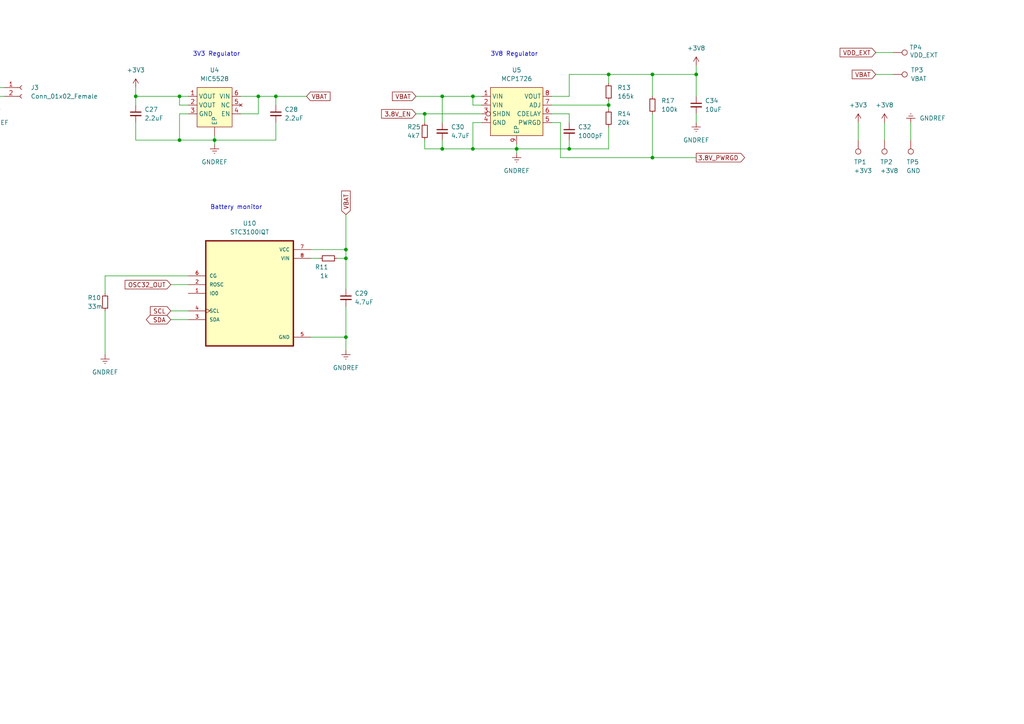
<source format=kicad_sch>
(kicad_sch (version 20211123) (generator eeschema)
  (paper "A4")
  (lib_symbols
    (symbol "Connector:Conn_01x02_Female" (pin_names (offset 1.016) hide)
      (property "Reference" "J" (at 0 2.54 0))
      (property "Value" "Conn_01x02_Female" (at 0 -5.08 0))
      (symbol "Conn_01x02_Female_1_1"
        (arc (start 0 -2.032) (mid -0.508 -2.54) (end 0 -3.048) (stroke (width 0.1524)))
        (polyline (pts (xy -1.27 -2.54) (xy -0.508 -2.54)) (stroke (width 0.1524)))
        (polyline (pts (xy -1.27 0) (xy -0.508 0)) (stroke (width 0.1524)))
        (arc (start 0 0.508) (mid -0.508 0) (end 0 -0.508) (stroke (width 0.1524)))
        (pin passive line (at -5.08 0 0) (length 3.81) (name "Pin_1") (number "1"))
        (pin passive line (at -5.08 -2.54 0) (length 3.81) (name "Pin_2") (number "2"))
      )
    )
    (symbol "Connector:TestPoint" (pin_numbers hide) (pin_names (offset 0.762) hide)
      (property "Reference" "TP" (at 0 6.858 0))
      (property "Value" "TestPoint" (at 0 5.08 0))
      (symbol "TestPoint_0_1"
        (circle (center 0 3.302) (radius 0.762))
      )
      (symbol "TestPoint_1_1"
        (pin passive line (at 0 0 90) (length 2.54) (name "1") (number "1"))
      )
    )
    (symbol "Device:C_Small" (pin_numbers hide) (pin_names (offset 0.254) hide)
      (property "Reference" "C" (at 0.254 1.778 0))
      (property "Value" "C_Small" (at 0.254 -2.032 0))
      (symbol "C_Small_0_1"
        (polyline (pts (xy -1.524 -0.508) (xy 1.524 -0.508)) (stroke (width 0.3302)))
        (polyline (pts (xy -1.524 0.508) (xy 1.524 0.508)) (stroke (width 0.3048)))
      )
      (symbol "C_Small_1_1"
        (pin passive line (at 0 2.54 270) (length 2.032) (name "~") (number "1"))
        (pin passive line (at 0 -2.54 90) (length 2.032) (name "~") (number "2"))
      )
    )
    (symbol "Device:R_Small" (pin_numbers hide) (pin_names (offset 0.254) hide)
      (property "Reference" "R" (at 0.762 0.508 0))
      (property "Value" "R_Small" (at 0.762 -1.016 0))
      (symbol "R_Small_0_1"
        (rectangle (start -0.762 1.778) (end 0.762 -1.778) (stroke (width 0.2032)))
      )
      (symbol "R_Small_1_1"
        (pin passive line (at 0 2.54 270) (length 0.762) (name "~") (number "1"))
        (pin passive line (at 0 -2.54 90) (length 0.762) (name "~") (number "2"))
      )
    )
    (symbol "Microchip:MCP1726"
      (property "Reference" "U" (at 1.27 1.27 0))
      (property "Value" "MCP1726" (at 5.08 -1.27 0))
      (symbol "MCP1726_0_1"
        (rectangle (start -2.54 -16.51) (end 12.7 -2.54) (fill (type background)))
      )
      (symbol "MCP1726_1_1"
        (pin power_in line (at -5.08 -5.08 0) (length 2.54) (name "VIN") (number "1"))
        (pin power_in line (at -5.08 -7.62 0) (length 2.54) (name "VIN") (number "2"))
        (pin input inverted (at -5.08 -10.16 0) (length 2.54) (name "SHDN") (number "3"))
        (pin power_in line (at -5.08 -12.7 0) (length 2.54) (name "GND") (number "4"))
        (pin output line (at 15.24 -12.7 180) (length 2.54) (name "PWRGD") (number "5"))
        (pin input line (at 15.24 -10.16 180) (length 2.54) (name "CDELAY") (number "6"))
        (pin input line (at 15.24 -7.62 180) (length 2.54) (name "ADJ") (number "7"))
        (pin power_out line (at 15.24 -5.08 180) (length 2.54) (name "VOUT") (number "8"))
        (pin passive line (at 5.08 -19.05 90) (length 2.54) (name "EP") (number "9"))
      )
    )
    (symbol "Microchip:MIC5528"
      (property "Reference" "U" (at -3.81 2.54 0))
      (property "Value" "MIC5528" (at 0 0 0))
      (symbol "MIC5528_0_1"
        (rectangle (start -5.08 -1.27) (end 5.08 -12.7) (fill (type background)))
      )
      (symbol "MIC5528_1_1"
        (pin passive line (at 0 -15.24 90) (length 2.54) (name "EP") (number ""))
        (pin power_out line (at -7.62 -3.81 0) (length 2.54) (name "VOUT") (number "1"))
        (pin power_out line (at -7.62 -6.35 0) (length 2.54) (name "VOUT") (number "2"))
        (pin power_in line (at -7.62 -8.89 0) (length 2.54) (name "GND") (number "3"))
        (pin input line (at 7.62 -8.89 180) (length 2.54) (name "EN") (number "4"))
        (pin no_connect line (at 7.62 -6.35 180) (length 2.54) (name "NC") (number "5"))
        (pin power_in line (at 7.62 -3.81 180) (length 2.54) (name "VIN") (number "6"))
      )
    )
    (symbol "STC3100IST:STC3100IST" (pin_names (offset 1.016))
      (property "Reference" "U" (at -12.7 16.2306 0))
      (property "Value" "STC3100IST" (at -12.7 -19.2278 0))
      (symbol "STC3100IST_0_0"
        (rectangle (start -12.7 -15.24) (end 12.7 15.24) (stroke (width 0.4064)) (fill (type background)))
        (pin bidirectional line (at -17.78 0 0) (length 5.08) (name "IO0") (number "1"))
        (pin input line (at -17.78 2.54 0) (length 5.08) (name "ROSC") (number "2"))
        (pin input line (at -17.78 -7.62 0) (length 5.08) (name "SDA") (number "3"))
        (pin input clock (at -17.78 -5.08 0) (length 5.08) (name "SCL") (number "4"))
        (pin power_in line (at 17.78 -12.7 180) (length 5.08) (name "GND") (number "5"))
        (pin input line (at -17.78 5.08 0) (length 5.08) (name "CG") (number "6"))
        (pin power_in line (at 17.78 12.7 180) (length 5.08) (name "VCC") (number "7"))
        (pin power_in line (at 17.78 10.16 180) (length 5.08) (name "VIN") (number "8"))
      )
    )
    (symbol "power:+3.3V" (power) (pin_names (offset 0))
      (property "Value" "+3.3V" (at 0 3.556 0))
      (symbol "+3.3V_0_1"
        (polyline (pts (xy -0.762 1.27) (xy 0 2.54)))
        (polyline (pts (xy 0 0) (xy 0 2.54)))
        (polyline (pts (xy 0 2.54) (xy 0.762 1.27)))
      )
      (symbol "+3.3V_1_1"
        (pin power_in line (at 0 0 90) (length 0) hide (name "+3V3") (number "1"))
      )
    )
    (symbol "power:+3V8" (power) (pin_names (offset 0))
      (property "Value" "+3V8" (at 0 3.556 0))
      (symbol "+3V8_0_1"
        (polyline (pts (xy -0.762 1.27) (xy 0 2.54)))
        (polyline (pts (xy 0 0) (xy 0 2.54)))
        (polyline (pts (xy 0 2.54) (xy 0.762 1.27)))
      )
      (symbol "+3V8_1_1"
        (pin power_in line (at 0 0 90) (length 0) hide (name "+3V8") (number "1"))
      )
    )
    (symbol "power:GNDREF" (power) (pin_names (offset 0))
      (property "Value" "GNDREF" (at 0 -3.81 0))
      (symbol "GNDREF_0_1"
        (polyline (pts (xy -0.635 -1.905) (xy 0.635 -1.905)))
        (polyline (pts (xy -0.127 -2.54) (xy 0.127 -2.54)))
        (polyline (pts (xy 0 -1.27) (xy 0 0)))
        (polyline (pts (xy 1.27 -1.27) (xy -1.27 -1.27)))
      )
      (symbol "GNDREF_1_1"
        (pin power_in line (at 0 0 270) (length 0) hide (name "GNDREF") (number "1"))
      )
    )
  )
  (junction (at 149.86 43.18))
  (junction (at 100.33 97.79))
  (junction (at 100.33 72.39))
  (junction (at 80.01 27.94))
  (junction (at 137.16 43.18))
  (junction (at 176.53 21.59))
  (junction (at 128.27 27.94))
  (junction (at 189.23 21.59))
  (junction (at 74.93 27.94))
  (junction (at 123.19 33.02))
  (junction (at 201.93 21.59))
  (junction (at 128.27 43.18))
  (junction (at 62.23 40.64))
  (junction (at 100.33 74.93))
  (junction (at 137.16 27.94))
  (junction (at 39.37 27.94))
  (junction (at 176.53 30.48))
  (junction (at 189.23 45.72))
  (junction (at 52.07 27.94))
  (junction (at 165.1 43.18))
  (junction (at 52.07 40.64))
  (wire (pts (xy 162.56 45.72) (xy 189.23 45.72)))
  (wire (pts (xy 160.02 33.02) (xy 165.1 33.02)))
  (wire (pts (xy 100.33 101.6) (xy 100.33 97.79)))
  (wire (pts (xy 160.02 30.48) (xy 176.53 30.48)))
  (wire (pts (xy 128.27 43.18) (xy 137.16 43.18)))
  (wire (pts (xy 189.23 45.72) (xy 189.23 33.02)))
  (wire (pts (xy 165.1 40.64) (xy 165.1 43.18)))
  (wire (pts (xy 128.27 27.94) (xy 128.27 35.56)))
  (wire (pts (xy 176.53 36.83) (xy 176.53 43.18)))
  (wire (pts (xy 80.01 35.56) (xy 80.01 40.64)))
  (wire (pts (xy 120.65 27.94) (xy 128.27 27.94)))
  (wire (pts (xy 74.93 27.94) (xy 80.01 27.94)))
  (wire (pts (xy 254 21.59) (xy 259.08 21.59)))
  (wire (pts (xy 54.61 30.48) (xy 52.07 30.48)))
  (wire (pts (xy 30.48 90.17) (xy 30.48 102.87)))
  (wire (pts (xy 201.93 33.02) (xy 201.93 35.56)))
  (wire (pts (xy 254 15.24) (xy 259.08 15.24)))
  (wire (pts (xy 39.37 27.94) (xy 39.37 30.48)))
  (wire (pts (xy 39.37 35.56) (xy 39.37 40.64)))
  (wire (pts (xy 123.19 40.64) (xy 123.19 43.18)))
  (wire (pts (xy 52.07 33.02) (xy 52.07 40.64)))
  (wire (pts (xy 1.27 27.94) (xy -1.27 27.94)))
  (wire (pts (xy 149.86 43.18) (xy 165.1 43.18)))
  (wire (pts (xy 189.23 27.94) (xy 189.23 21.59)))
  (wire (pts (xy 69.85 27.94) (xy 74.93 27.94)))
  (wire (pts (xy 137.16 30.48) (xy 137.16 27.94)))
  (wire (pts (xy 264.16 35.56) (xy 264.16 40.64)))
  (wire (pts (xy 149.86 43.18) (xy 149.86 44.45)))
  (wire (pts (xy 162.56 35.56) (xy 162.56 45.72)))
  (wire (pts (xy 80.01 40.64) (xy 62.23 40.64)))
  (wire (pts (xy 88.9 27.94) (xy 80.01 27.94)))
  (wire (pts (xy 189.23 45.72) (xy 201.93 45.72)))
  (wire (pts (xy 160.02 35.56) (xy 162.56 35.56)))
  (wire (pts (xy 97.79 74.93) (xy 100.33 74.93)))
  (wire (pts (xy 100.33 72.39) (xy 100.33 74.93)))
  (wire (pts (xy 54.61 27.94) (xy 52.07 27.94)))
  (wire (pts (xy 49.53 92.71) (xy 54.61 92.71)))
  (wire (pts (xy 160.02 27.94) (xy 165.1 27.94)))
  (wire (pts (xy 39.37 25.4) (xy 39.37 27.94)))
  (wire (pts (xy 165.1 33.02) (xy 165.1 35.56)))
  (wire (pts (xy 52.07 40.64) (xy 62.23 40.64)))
  (wire (pts (xy 128.27 40.64) (xy 128.27 43.18)))
  (wire (pts (xy 201.93 21.59) (xy 201.93 27.94)))
  (wire (pts (xy 123.19 43.18) (xy 128.27 43.18)))
  (wire (pts (xy 256.54 35.56) (xy 256.54 40.64)))
  (wire (pts (xy 123.19 33.02) (xy 139.7 33.02)))
  (wire (pts (xy 176.53 29.21) (xy 176.53 30.48)))
  (wire (pts (xy 139.7 35.56) (xy 137.16 35.56)))
  (wire (pts (xy 100.33 62.23) (xy 100.33 72.39)))
  (wire (pts (xy 49.53 90.17) (xy 54.61 90.17)))
  (wire (pts (xy 165.1 21.59) (xy 176.53 21.59)))
  (wire (pts (xy 80.01 27.94) (xy 80.01 30.48)))
  (wire (pts (xy 30.48 85.09) (xy 30.48 80.01)))
  (wire (pts (xy 137.16 27.94) (xy 139.7 27.94)))
  (wire (pts (xy 189.23 21.59) (xy 201.93 21.59)))
  (wire (pts (xy 90.17 74.93) (xy 92.71 74.93)))
  (wire (pts (xy 90.17 72.39) (xy 100.33 72.39)))
  (wire (pts (xy -1.27 27.94) (xy -1.27 30.48)))
  (wire (pts (xy 54.61 33.02) (xy 52.07 33.02)))
  (wire (pts (xy 123.19 33.02) (xy 123.19 35.56)))
  (wire (pts (xy 248.92 35.56) (xy 248.92 40.64)))
  (wire (pts (xy 69.85 33.02) (xy 74.93 33.02)))
  (wire (pts (xy 52.07 30.48) (xy 52.07 27.94)))
  (wire (pts (xy 201.93 19.05) (xy 201.93 21.59)))
  (wire (pts (xy 90.17 97.79) (xy 100.33 97.79)))
  (wire (pts (xy 120.65 33.02) (xy 123.19 33.02)))
  (wire (pts (xy 137.16 35.56) (xy 137.16 43.18)))
  (wire (pts (xy 176.53 43.18) (xy 165.1 43.18)))
  (wire (pts (xy 176.53 30.48) (xy 176.53 31.75)))
  (wire (pts (xy 128.27 27.94) (xy 137.16 27.94)))
  (wire (pts (xy 176.53 24.13) (xy 176.53 21.59)))
  (wire (pts (xy 165.1 27.94) (xy 165.1 21.59)))
  (wire (pts (xy 137.16 43.18) (xy 149.86 43.18)))
  (wire (pts (xy 30.48 80.01) (xy 54.61 80.01)))
  (wire (pts (xy 52.07 27.94) (xy 39.37 27.94)))
  (wire (pts (xy 100.33 88.9) (xy 100.33 97.79)))
  (wire (pts (xy 149.86 41.91) (xy 149.86 43.18)))
  (wire (pts (xy 100.33 74.93) (xy 100.33 83.82)))
  (wire (pts (xy 39.37 40.64) (xy 52.07 40.64)))
  (wire (pts (xy -3.81 25.4) (xy 1.27 25.4)))
  (wire (pts (xy 74.93 27.94) (xy 74.93 33.02)))
  (wire (pts (xy 62.23 40.64) (xy 62.23 41.91)))
  (wire (pts (xy 49.53 82.55) (xy 54.61 82.55)))
  (wire (pts (xy 176.53 21.59) (xy 189.23 21.59)))
  (wire (pts (xy 139.7 30.48) (xy 137.16 30.48)))
  (wire (pts (xy 62.23 39.37) (xy 62.23 40.64)))
  (text "Battery monitor" (at 60.96 60.96 0) (effects (font (size 1.27 1.27)) (justify left bottom)))
  (text "3V8 Regulator" (at 142.24 16.51 0) (effects (font (size 1.27 1.27)) (justify left bottom)))
  (text "3V3 Regulator" (at 55.88 16.51 0) (effects (font (size 1.27 1.27)) (justify left bottom)))
  (global_label "3.8V_EN" (shape input) (at 120.65 33.02 180) (property "Intersheet References" "${INTERSHEET_REFS}" (effects hide)))
  (global_label "SCL" (shape input) (at 49.53 90.17 180) (property "Intersheet References" "${INTERSHEET_REFS}" (effects hide)))
  (global_label "VBAT" (shape input) (at 254 21.59 180) (property "Intersheet References" "${INTERSHEET_REFS}" (effects hide)))
  (global_label "3.8V_PWRGD" (shape output) (at 201.93 45.72 0) (property "Intersheet References" "${INTERSHEET_REFS}" (effects hide)))
  (global_label "VBAT" (shape input) (at -3.81 25.4 180) (property "Intersheet References" "${INTERSHEET_REFS}" (effects hide)))
  (global_label "VBAT" (shape input) (at 100.33 62.23 90) (property "Intersheet References" "${INTERSHEET_REFS}" (effects hide)))
  (global_label "SDA" (shape bidirectional) (at 49.53 92.71 180) (property "Intersheet References" "${INTERSHEET_REFS}" (effects hide)))
  (global_label "VBAT" (shape input) (at 88.9 27.94 0) (property "Intersheet References" "${INTERSHEET_REFS}" (effects hide)))
  (global_label "OSC32_OUT" (shape input) (at 49.53 82.55 180) (property "Intersheet References" "${INTERSHEET_REFS}" (effects hide)))
  (global_label "VDD_EXT" (shape input) (at 254 15.24 180) (property "Intersheet References" "${INTERSHEET_REFS}" (effects hide)))
  (global_label "VBAT" (shape input) (at 120.65 27.94 180) (property "Intersheet References" "${INTERSHEET_REFS}" (effects hide)))
  (symbol (lib_id "Device:C_Small") (at 165.1 38.1 0) (unit 1)
    (property "Reference" "C32" (at 167.64 36.83 0) (effects (justify left)))
    (property "Value" "1000pF" (at 167.64 39.3762 0) (effects (justify left)))
    (property "Footprint" "Capacitor_SMD:C_0201_0603Metric" (effects hide))
  )
  (symbol (lib_id "power:GNDREF") (at 62.23 41.91 0) (unit 1)
    (property "Reference" "#PWR014" (effects hide))
    (property "Value" "GNDREF" (at 62.23 46.99 0))
  )
  (symbol (lib_id "Connector:TestPoint") (at 248.92 40.64 180) (unit 1)
    (property "Reference" "TP1" (at 247.65 46.99 0) (effects (justify right)))
    (property "Value" "+3V3" (at 247.65 49.53 0) (effects (justify right)))
    (property "Footprint" "TestPoint:TestPoint_Pad_D1.5mm" (effects hide))
  )
  (symbol (lib_id "power:+3V8") (at 201.93 19.05 0) (unit 1)
    (property "Reference" "#PWR0111" (effects hide))
    (property "Value" "+3V8" (at 201.93 13.97 0))
  )
  (symbol (lib_id "Device:C_Small") (at 80.01 33.02 0) (unit 1)
    (property "Reference" "C28" (at 82.55 31.7562 0) (effects (justify left)))
    (property "Value" "2.2uF" (at 82.55 34.2962 0) (effects (justify left)))
    (property "Footprint" "Capacitor_SMD:C_0603_1608Metric" (effects hide))
  )
  (symbol (lib_id "Connector:TestPoint") (at 259.08 21.59 270) (unit 1)
    (property "Reference" "TP3" (at 264.16 20.3199 90) (effects (justify left)))
    (property "Value" "VBAT" (at 264.16 22.8599 90) (effects (justify left)))
    (property "Footprint" "TestPoint:TestPoint_Pad_D1.5mm" (effects hide))
  )
  (symbol (lib_id "power:GNDREF") (at 149.86 44.45 0) (unit 1)
    (property "Reference" "#PWR015" (effects hide))
    (property "Value" "GNDREF" (at 149.86 49.53 0))
  )
  (symbol (lib_id "Device:R_Small") (at 95.25 74.93 90) (unit 1)
    (property "Reference" "R11" (at 95.25 77.47 90) (effects (justify left)))
    (property "Value" "1k" (at 95.25 80.01 90) (effects (justify left)))
    (property "Footprint" "Resistor_SMD:R_0402_1005Metric" (effects hide))
  )
  (symbol (lib_id "Connector:Conn_01x02_Female") (at 6.35 25.4 0) (unit 1)
    (property "Reference" "J3" (at 8.89 25.3999 0) (effects (justify left)))
    (property "Value" "Conn_01x02_Female" (at 8.89 27.9399 0) (effects (justify left)))
    (property "Footprint" "Connector_JST:JST_PH_B2B-PH-SM4-TB_1x02-1MP_P2.00mm_Vertical" (effects hide))
  )
  (symbol (lib_id "Microchip:MCP1726") (at 144.78 22.86 0) (unit 1)
    (property "Reference" "U5" (at 149.86 20.32 0))
    (property "Value" "MCP1726" (at 149.86 22.86 0))
    (property "Footprint" "Package_DFN_QFN:DFN-8-1EP_3x3mm_P0.65mm_EP1.55x2.4mm" (effects hide))
  )
  (symbol (lib_id "Device:C_Small") (at 39.37 33.02 0) (unit 1)
    (property "Reference" "C27" (at 41.91 31.7562 0) (effects (justify left)))
    (property "Value" "2.2uF" (at 41.91 34.2962 0) (effects (justify left)))
    (property "Footprint" "Capacitor_SMD:C_0603_1608Metric" (effects hide))
  )
  (symbol (lib_id "power:GNDREF") (at 100.33 101.6 0) (unit 1)
    (property "Reference" "#PWR0120" (effects hide))
    (property "Value" "GNDREF" (at 100.33 106.68 0))
  )
  (symbol (lib_id "Device:R_Small") (at 189.23 30.48 0) (unit 1)
    (property "Reference" "R17" (at 191.77 29.2099 0) (effects (justify left)))
    (property "Value" "100k" (at 191.77 31.7499 0) (effects (justify left)))
    (property "Footprint" "Resistor_SMD:R_0402_1005Metric" (effects hide))
  )
  (symbol (lib_id "power:+3V8") (at 256.54 35.56 0) (unit 1)
    (property "Reference" "#PWR0112" (effects hide))
    (property "Value" "+3V8" (at 256.54 30.48 0))
  )
  (symbol (lib_id "Device:C_Small") (at 201.93 30.48 0) (unit 1)
    (property "Reference" "C34" (at 204.47 29.21 0) (effects (justify left)))
    (property "Value" "10uF" (at 204.47 31.7562 0) (effects (justify left)))
    (property "Footprint" "Capacitor_SMD:C_0603_1608Metric" (effects hide))
  )
  (symbol (lib_id "Device:R_Small") (at 176.53 34.29 0) (unit 1)
    (property "Reference" "R14" (at 179.07 33.0199 0) (effects (justify left)))
    (property "Value" "20k" (at 179.07 35.5599 0) (effects (justify left)))
    (property "Footprint" "Resistor_SMD:R_0402_1005Metric" (effects hide))
  )
  (symbol (lib_id "power:+3.3V") (at 248.92 35.56 0) (unit 1)
    (property "Reference" "#PWR0109" (effects hide))
    (property "Value" "+3.3V" (at 248.92 30.48 0))
  )
  (symbol (lib_id "power:GNDREF") (at -1.27 30.48 0) (unit 1)
    (property "Reference" "#PWR0119" (effects hide))
    (property "Value" "GNDREF" (at -1.27 35.56 0))
  )
  (symbol (lib_id "Device:C_Small") (at 100.33 86.36 0) (unit 1)
    (property "Reference" "C29" (at 102.87 85.0962 0) (effects (justify left)))
    (property "Value" "4.7uF" (at 102.87 87.6362 0) (effects (justify left)))
    (property "Footprint" "Capacitor_SMD:C_0603_1608Metric" (effects hide))
  )
  (symbol (lib_id "STC3100IST:STC3100IST") (at 72.39 85.09 0) (unit 1)
    (property "Reference" "U10" (at 72.39 64.77 0))
    (property "Value" "STC3100IQT" (at 72.39 67.31 0))
    (property "Footprint" "Package_DFN_QFN:DFN-8-1EP_3x3mm_P0.5mm_EP1.65x2.38mm" (effects hide))
    (property "PACKAGE" "DFN-8 STMicroelectronics" (effects hide))
    (property "DESCRIPTION" "STC3100 Series 5.5 V Battery Monitor IC with Coulomb Counter/Gas Gauge - MSOP-8" (effects hide))
    (property "MP" "STC3100IQT" (effects hide))
    (property "MF" "STMicroelectronics" (effects hide))
    (property "SNAPEDA_PACKAGE_ID" "68770" (effects hide))
    (property "PRICE" "None" (effects hide))
    (property "STANDARD" "IPC-7351B" (effects hide))
    (property "AVAILABILITY" "Unavailable" (effects hide))
  )
  (symbol (lib_id "Device:R_Small") (at 30.48 87.63 0) (unit 1)
    (property "Reference" "R10" (at 25.4 86.36 0) (effects (justify left)))
    (property "Value" "33m" (at 25.4 88.9 0) (effects (justify left)))
    (property "Footprint" "Resistor_SMD:R_0402_1005Metric" (effects hide))
  )
  (symbol (lib_id "Device:R_Small") (at 176.53 26.67 0) (unit 1)
    (property "Reference" "R13" (at 179.07 25.3999 0) (effects (justify left)))
    (property "Value" "165k" (at 179.07 27.9399 0) (effects (justify left)))
    (property "Footprint" "Resistor_SMD:R_0402_1005Metric" (effects hide))
  )
  (symbol (lib_id "Connector:TestPoint") (at 264.16 40.64 180) (unit 1)
    (property "Reference" "TP5" (at 262.89 46.99 0) (effects (justify right)))
    (property "Value" "GND" (at 262.89 49.53 0) (effects (justify right)))
    (property "Footprint" "TestPoint:TestPoint_Pad_D1.5mm" (effects hide))
  )
  (symbol (lib_id "power:GNDREF") (at 201.93 35.56 0) (unit 1)
    (property "Reference" "#PWR0110" (effects hide))
    (property "Value" "GNDREF" (at 201.93 40.64 0))
  )
  (symbol (lib_id "Device:R_Small") (at 123.19 38.1 0) (unit 1)
    (property "Reference" "R25" (at 118.11 36.83 0) (effects (justify left)))
    (property "Value" "4k7" (at 118.11 39.37 0) (effects (justify left)))
    (property "Footprint" "Resistor_SMD:R_0402_1005Metric" (effects hide))
  )
  (symbol (lib_id "Device:C_Small") (at 128.27 38.1 0) (unit 1)
    (property "Reference" "C30" (at 130.81 36.8362 0) (effects (justify left)))
    (property "Value" "4.7uF" (at 130.81 39.3762 0) (effects (justify left)))
    (property "Footprint" "Capacitor_SMD:C_0603_1608Metric" (effects hide))
  )
  (symbol (lib_id "power:GNDREF") (at 30.48 102.87 0) (unit 1)
    (property "Reference" "#PWR0116" (effects hide))
    (property "Value" "GNDREF" (at 30.48 107.95 0))
  )
  (symbol (lib_id "power:GNDREF") (at 264.16 35.56 180) (unit 1)
    (property "Reference" "#PWR0113" (effects hide))
    (property "Value" "GNDREF" (at 266.7 34.2899 0) (effects (justify right)))
  )
  (symbol (lib_id "power:+3.3V") (at 39.37 25.4 0) (unit 1)
    (property "Reference" "#PWR0117" (effects hide))
    (property "Value" "+3.3V" (at 39.37 20.32 0))
  )
  (symbol (lib_id "Microchip:MIC5528") (at 62.23 24.13 0) (unit 1)
    (property "Reference" "U4" (at 62.23 20.32 0))
    (property "Value" "MIC5528" (at 62.23 22.86 0))
    (property "Footprint" "Package_DFN_QFN:DFN-6-1EP_1.2x1.2mm_P0.4mm_EP0.3x0.94mm_PullBack" (effects hide))
  )
  (symbol (lib_id "Connector:TestPoint") (at 256.54 40.64 180) (unit 1)
    (property "Reference" "TP2" (at 255.27 46.99 0) (effects (justify right)))
    (property "Value" "+3V8" (at 255.27 49.53 0) (effects (justify right)))
    (property "Footprint" "TestPoint:TestPoint_Pad_D1.5mm" (effects hide))
  )
  (symbol (lib_id "Connector:TestPoint") (at 259.08 15.24 270) (unit 1)
    (property "Reference" "TP4" (at 267.4422 13.7745 90) (effects (justify right)))
    (property "Value" "VDD_EXT" (at 272.0413 15.982 90) (effects (justify right)))
    (property "Footprint" "TestPoint:TestPoint_Pad_D1.5mm" (effects hide))
  )
)
</source>
